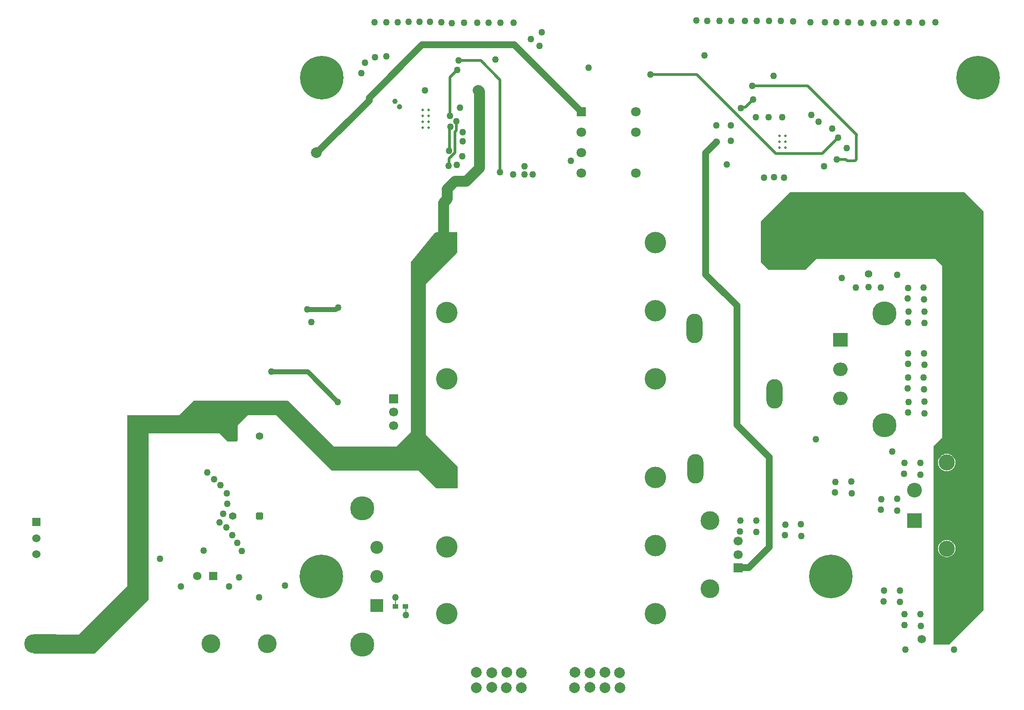
<source format=gbl>
G04*
G04 #@! TF.GenerationSoftware,Altium Limited,Altium Designer,22.5.1 (42)*
G04*
G04 Layer_Physical_Order=4*
G04 Layer_Color=16711680*
%FSLAX25Y25*%
%MOIN*%
G70*
G04*
G04 #@! TF.SameCoordinates,02EF2946-DDE5-4D11-B7C9-AFF3A69701B4*
G04*
G04*
G04 #@! TF.FilePolarity,Positive*
G04*
G01*
G75*
%ADD15C,0.00800*%
%ADD26R,0.03937X0.03543*%
%ADD93C,0.05000*%
%ADD94C,0.06181*%
%ADD95R,0.06181X0.06181*%
%ADD108C,0.10827*%
%ADD109R,0.10827X0.10827*%
%ADD110C,0.11811*%
%ADD116C,0.01968*%
%ADD117C,0.03543*%
%ADD123C,0.05000*%
%ADD124C,0.15748*%
%ADD125R,0.15748X0.15748*%
%ADD126C,0.06000*%
%ADD127R,0.06000X0.06000*%
G04:AMPARAMS|DCode=128|XSize=55.12mil|YSize=55.12mil|CornerRadius=13.78mil|HoleSize=0mil|Usage=FLASHONLY|Rotation=90.000|XOffset=0mil|YOffset=0mil|HoleType=Round|Shape=RoundedRectangle|*
%AMROUNDEDRECTD128*
21,1,0.05512,0.02756,0,0,90.0*
21,1,0.02756,0.05512,0,0,90.0*
1,1,0.02756,0.01378,0.01378*
1,1,0.02756,0.01378,-0.01378*
1,1,0.02756,-0.01378,-0.01378*
1,1,0.02756,-0.01378,0.01378*
%
%ADD128ROUNDEDRECTD128*%
%ADD129C,0.05512*%
%ADD130C,0.13780*%
%ADD131R,0.06693X0.06693*%
%ADD132C,0.06693*%
%ADD133C,0.07087*%
%ADD134R,0.07087X0.07087*%
%ADD135R,0.09449X0.09449*%
%ADD136C,0.09449*%
%ADD137C,0.17717*%
G04:AMPARAMS|DCode=138|XSize=55.12mil|YSize=55.12mil|CornerRadius=13.78mil|HoleSize=0mil|Usage=FLASHONLY|Rotation=0.000|XOffset=0mil|YOffset=0mil|HoleType=Round|Shape=RoundedRectangle|*
%AMROUNDEDRECTD138*
21,1,0.05512,0.02756,0,0,0.0*
21,1,0.02756,0.05512,0,0,0.0*
1,1,0.02756,0.01378,-0.01378*
1,1,0.02756,-0.01378,-0.01378*
1,1,0.02756,-0.01378,0.01378*
1,1,0.02756,0.01378,0.01378*
%
%ADD138ROUNDEDRECTD138*%
%ADD139R,0.10630X0.09843*%
%ADD140O,0.10630X0.09843*%
%ADD141O,0.11811X0.21654*%
%ADD142C,0.31890*%
%ADD143C,0.07874*%
%ADD144C,0.01968*%
%ADD145C,0.03937*%
%ADD148C,0.07874*%
G36*
X597500Y326000D02*
X584100Y312600D01*
X575300Y303227D01*
X575300Y192900D01*
X598600Y169600D01*
Y153600D01*
X582800D01*
X569668Y166732D01*
X506068D01*
X465628Y207172D01*
X444571D01*
X437100Y199700D01*
Y189000D01*
X436000Y187900D01*
X429900D01*
X423700Y194100D01*
X371900D01*
Y72097D01*
X332103Y32300D01*
X287700D01*
X280700Y39300D01*
X280771Y39771D01*
X287600Y46600D01*
X320948Y46440D01*
X356299Y81791D01*
Y207172D01*
X394271D01*
X405200Y218100D01*
X473928D01*
X507828Y184200D01*
X553400D01*
X564100Y194900D01*
Y319501D01*
X581900Y341400D01*
X597500D01*
Y326000D01*
D02*
G37*
G36*
X970000Y371000D02*
X984100Y356900D01*
Y64100D01*
X958900Y38900D01*
X947400D01*
Y184600D01*
X953800Y191000D01*
Y316900D01*
X948600Y322100D01*
X861700Y322100D01*
X853500Y313900D01*
X826500D01*
X820800Y319600D01*
Y349700D01*
X842100Y371000D01*
X970000Y371000D01*
D02*
G37*
%LPC*%
G36*
X957134Y178904D02*
X955899Y178783D01*
X954712Y178423D01*
X953617Y177838D01*
X952658Y177051D01*
X951871Y176091D01*
X951286Y174997D01*
X950926Y173810D01*
X950804Y172575D01*
X950926Y171340D01*
X951286Y170152D01*
X951871Y169058D01*
X952658Y168099D01*
X953617Y167312D01*
X954712Y166727D01*
X955899Y166367D01*
X957134Y166245D01*
X958369Y166367D01*
X959556Y166727D01*
X960650Y167312D01*
X961610Y168099D01*
X962397Y169058D01*
X962982Y170152D01*
X963342Y171340D01*
X963464Y172575D01*
X963342Y173810D01*
X962982Y174997D01*
X962397Y176091D01*
X961610Y177051D01*
X960650Y177838D01*
X959556Y178423D01*
X958369Y178783D01*
X957134Y178904D01*
D02*
G37*
G36*
Y115755D02*
X955899Y115633D01*
X954712Y115273D01*
X953617Y114688D01*
X952658Y113901D01*
X951871Y112942D01*
X951286Y111847D01*
X950926Y110660D01*
X950804Y109425D01*
X950926Y108190D01*
X951286Y107003D01*
X951871Y105909D01*
X952658Y104949D01*
X953617Y104162D01*
X954712Y103577D01*
X955899Y103217D01*
X957134Y103095D01*
X958369Y103217D01*
X959556Y103577D01*
X960650Y104162D01*
X961610Y104949D01*
X962397Y105909D01*
X962982Y107003D01*
X963342Y108190D01*
X963464Y109425D01*
X963342Y110660D01*
X962982Y111847D01*
X962397Y112942D01*
X961610Y113901D01*
X960650Y114688D01*
X959556Y115273D01*
X958369Y115633D01*
X957134Y115755D01*
D02*
G37*
%LPD*%
D15*
X552700Y67257D02*
Y73700D01*
Y67257D02*
X552957Y67000D01*
X560600Y60700D02*
Y66443D01*
X560043Y67000D02*
X560600Y66443D01*
D26*
X552957Y67000D02*
D03*
X560043D02*
D03*
D93*
X926878Y35283D02*
D03*
X962311D02*
D03*
X395528Y81693D02*
D03*
X430961D02*
D03*
X414961Y165256D02*
D03*
X419783Y160433D02*
D03*
X424311Y155807D02*
D03*
X429035Y149902D02*
D03*
X429331Y142126D02*
D03*
X426575Y134941D02*
D03*
X440158Y107677D02*
D03*
X436909Y113681D02*
D03*
X433169Y119390D02*
D03*
X428937Y124902D02*
D03*
X423917Y128642D02*
D03*
X805906Y129921D02*
D03*
X817520Y130020D02*
D03*
X805610Y122047D02*
D03*
X817618Y121457D02*
D03*
X926280Y61122D02*
D03*
X937894Y61221D02*
D03*
X925984Y53248D02*
D03*
X937992Y52658D02*
D03*
X911024Y78642D02*
D03*
X922638Y78740D02*
D03*
X910728Y70768D02*
D03*
X922736Y70177D02*
D03*
X909153Y145768D02*
D03*
X920768Y145866D02*
D03*
X908858Y137894D02*
D03*
X920866Y137303D02*
D03*
X838681Y127067D02*
D03*
X850295Y127165D02*
D03*
X838386Y119193D02*
D03*
X850394Y118602D02*
D03*
X875591Y158366D02*
D03*
X887205Y158465D02*
D03*
X875295Y150492D02*
D03*
X887303Y149902D02*
D03*
X926083Y172146D02*
D03*
X937697Y172244D02*
D03*
X925787Y164272D02*
D03*
X937795Y163681D02*
D03*
X929232Y217028D02*
D03*
X940847Y217126D02*
D03*
X928937Y209154D02*
D03*
X940945Y208563D02*
D03*
X928642Y234842D02*
D03*
X940256Y234941D02*
D03*
X928347Y226969D02*
D03*
X940354Y226378D02*
D03*
X928937Y252658D02*
D03*
X940551Y252756D02*
D03*
X928642Y244783D02*
D03*
X940650Y244193D02*
D03*
X929035Y283268D02*
D03*
X940650Y283366D02*
D03*
X928740Y275394D02*
D03*
X940748Y274803D02*
D03*
X940354Y292224D02*
D03*
X928347Y292815D02*
D03*
X940256Y300787D02*
D03*
X928642Y300689D02*
D03*
X920768Y310335D02*
D03*
X880217Y308071D02*
D03*
X908957Y300886D02*
D03*
X890354Y301083D02*
D03*
X899705Y301181D02*
D03*
X830217Y456299D02*
D03*
X779528Y471161D02*
D03*
X817224Y426083D02*
D03*
X826378Y425886D02*
D03*
X836614Y425787D02*
D03*
X883760Y403150D02*
D03*
X867028Y389961D02*
D03*
X795669Y391142D02*
D03*
X823228Y381693D02*
D03*
X830315Y381890D02*
D03*
X837894Y381594D02*
D03*
X867717Y495768D02*
D03*
X875984Y495571D02*
D03*
X884842D02*
D03*
X894094Y495177D02*
D03*
X903445Y495079D02*
D03*
X911516Y495472D02*
D03*
X920571Y495374D02*
D03*
X929429Y495669D02*
D03*
X939173Y495177D02*
D03*
X948720Y495669D02*
D03*
X857185Y495472D02*
D03*
X844390Y496358D02*
D03*
X835335Y496654D02*
D03*
X826772Y496555D02*
D03*
X817717Y496752D02*
D03*
X809055Y496654D02*
D03*
X799213Y496752D02*
D03*
X790551D02*
D03*
X781496D02*
D03*
X773425Y496949D02*
D03*
X653445Y383858D02*
D03*
X647342Y390059D02*
D03*
X647441Y383858D02*
D03*
X537500Y495768D02*
D03*
X546260Y495472D02*
D03*
X554331D02*
D03*
X562402Y496063D02*
D03*
X570472Y495866D02*
D03*
X578248D02*
D03*
X586319Y495472D02*
D03*
X594193Y495079D02*
D03*
X603150Y495276D02*
D03*
X694587Y462303D02*
D03*
X626083Y468209D02*
D03*
X612747Y495278D02*
D03*
X621163Y495355D02*
D03*
X629733Y495278D02*
D03*
X639468Y495276D02*
D03*
X527756Y458169D02*
D03*
X530610Y466043D02*
D03*
X537795Y469980D02*
D03*
X546161Y470669D02*
D03*
X491240Y275689D02*
D03*
X599000Y467588D02*
D03*
X597800Y390812D02*
D03*
X591700Y390300D02*
D03*
X602051Y414900D02*
D03*
X601700Y397300D02*
D03*
X602051Y408200D02*
D03*
X598300Y460700D02*
D03*
X658400Y478400D02*
D03*
X876600Y394900D02*
D03*
X877600Y411100D02*
D03*
X873100Y417600D02*
D03*
X863100Y422500D02*
D03*
X857900Y427600D02*
D03*
X798800Y408600D02*
D03*
X788300Y407900D02*
D03*
X788000Y419800D02*
D03*
X798800Y420000D02*
D03*
X806200Y432700D02*
D03*
X815100Y438800D02*
D03*
X814600Y449100D02*
D03*
X739900Y457200D02*
D03*
X629500Y385600D02*
D03*
X600000Y433100D02*
D03*
X681600Y393900D02*
D03*
X639300Y384000D02*
D03*
X574400Y445700D02*
D03*
X652100Y483200D02*
D03*
X660200Y488200D02*
D03*
X597500Y423100D02*
D03*
X592900Y427100D02*
D03*
X592000Y401200D02*
D03*
X593200Y418900D02*
D03*
X510600Y217000D02*
D03*
X461800Y239200D02*
D03*
X510800Y286400D02*
D03*
X488000Y284900D02*
D03*
X552700Y73700D02*
D03*
X560600Y60700D02*
D03*
X438100Y88300D02*
D03*
X452900Y73600D02*
D03*
X471800Y82400D02*
D03*
X917000Y180500D02*
D03*
X861300Y189600D02*
D03*
X380000Y102000D02*
D03*
X412000Y108000D02*
D03*
D94*
X938689Y43000D02*
D03*
X407339Y89409D02*
D03*
D95*
X950500Y43000D02*
D03*
X419150Y89409D02*
D03*
D108*
X955854Y129780D02*
D03*
Y152220D02*
D03*
X933413D02*
D03*
D109*
Y129780D02*
D03*
D110*
X957134Y109425D02*
D03*
Y172575D02*
D03*
D116*
X599000Y467588D02*
X615312D01*
X591700Y390300D02*
X592280Y390880D01*
Y395568D02*
X596522Y399810D01*
X592280Y390880D02*
Y395568D01*
X629500Y385600D02*
Y453400D01*
X592900Y427100D02*
Y455300D01*
X598300Y460700D01*
X615312Y467588D02*
X629500Y453400D01*
X876600Y394900D02*
X883034D01*
X884134Y393800D02*
X889747D01*
X883034Y394900D02*
X884134Y393800D01*
X889747D02*
X890900Y394953D01*
X831700Y399200D02*
X865700D01*
X877600Y411100D01*
X806200Y432700D02*
X806780Y433280D01*
X809580D02*
X815100Y438800D01*
X806780Y433280D02*
X809580D01*
X739900Y457200D02*
X773700D01*
X831700Y399200D01*
X890900Y412700D02*
X891185Y412985D01*
X814600Y449100D02*
X855069D01*
X891185Y412985D01*
X890900Y394953D02*
Y412700D01*
X597500Y416384D02*
Y423100D01*
X596522Y415406D02*
X597500Y416384D01*
X592580Y403829D02*
X592620Y403869D01*
Y418320D01*
X592000Y401200D02*
X592580Y401780D01*
Y403829D01*
X592620Y418320D02*
X593200Y418900D01*
X596522Y399810D02*
Y415406D01*
D117*
X488400Y239200D02*
X510600Y217000D01*
X461800Y239200D02*
X488400D01*
X508906Y284900D02*
X510406Y286400D01*
X488000Y284900D02*
X508906D01*
X510406Y286400D02*
X510800D01*
D123*
X572300Y479200D02*
X639800D01*
X533325Y440225D02*
X572300Y479200D01*
X639800D02*
X689000Y430000D01*
X780200Y399800D02*
X788300Y407900D01*
X780200Y310600D02*
Y399800D01*
X494900D02*
X533325Y438225D01*
Y440225D01*
X780200Y310600D02*
X803000Y287800D01*
Y200400D02*
Y287800D01*
Y200400D02*
X826800Y176600D01*
Y110500D02*
Y176600D01*
X811800Y95500D02*
X826800Y110500D01*
X804433Y95500D02*
X811800D01*
X804150Y95217D02*
X804433Y95500D01*
D124*
X590551Y110563D02*
D03*
Y61744D02*
D03*
X743504Y161744D02*
D03*
Y111744D02*
D03*
Y61744D02*
D03*
X590551Y282634D02*
D03*
Y233815D02*
D03*
X743504Y333815D02*
D03*
Y283815D02*
D03*
Y233815D02*
D03*
D125*
X590551Y161744D02*
D03*
Y333815D02*
D03*
D126*
X289370Y117028D02*
D03*
Y105217D02*
D03*
D127*
Y128839D02*
D03*
D128*
X899650Y330744D02*
D03*
D129*
Y311059D02*
D03*
X433307Y133409D02*
D03*
X452992Y191909D02*
D03*
D130*
X783630Y130075D02*
D03*
Y80075D02*
D03*
X328878Y39500D02*
D03*
X458799D02*
D03*
X417500D02*
D03*
X287579D02*
D03*
D131*
X804150Y95217D02*
D03*
X551500Y219342D02*
D03*
D132*
X804150Y105059D02*
D03*
Y114902D02*
D03*
X551500Y199657D02*
D03*
Y209500D02*
D03*
D133*
X729000Y385000D02*
D03*
Y415000D02*
D03*
Y430000D02*
D03*
X689000Y385000D02*
D03*
Y400000D02*
D03*
Y415000D02*
D03*
D134*
Y430000D02*
D03*
D135*
X539000Y67583D02*
D03*
D136*
Y89000D02*
D03*
Y110417D02*
D03*
D137*
X528370Y39039D02*
D03*
Y139039D02*
D03*
X911472Y200043D02*
D03*
Y281941D02*
D03*
D138*
X452992Y133409D02*
D03*
X433307Y191909D02*
D03*
D139*
X879000Y262492D02*
D03*
D140*
Y240996D02*
D03*
Y219500D02*
D03*
D141*
X772776Y167941D02*
D03*
X830650Y223059D02*
D03*
X772150Y271059D02*
D03*
X830024Y326177D02*
D03*
D142*
X498626Y89059D02*
D03*
X498650Y455059D02*
D03*
X980126D02*
D03*
X872126Y89059D02*
D03*
D143*
X717126Y18209D02*
D03*
X717421Y7382D02*
D03*
X706398D02*
D03*
X706496Y18602D02*
D03*
X695571Y18307D02*
D03*
X695472Y7579D02*
D03*
X684154Y7283D02*
D03*
X684350Y18602D02*
D03*
X612205D02*
D03*
X612008Y7283D02*
D03*
X623327Y7579D02*
D03*
X623425Y18307D02*
D03*
X634350Y18602D02*
D03*
X634252Y7382D02*
D03*
X645276D02*
D03*
X644980Y18209D02*
D03*
X613596Y445746D02*
D03*
X494900Y399800D02*
D03*
X962500Y320400D02*
D03*
X961800Y285300D02*
D03*
X960900Y296500D02*
D03*
X962300Y309600D02*
D03*
X968100Y262600D02*
D03*
X969500Y196700D02*
D03*
X967400Y216700D02*
D03*
X867400Y361410D02*
D03*
X828500Y347800D02*
D03*
X846600Y318100D02*
D03*
X866700Y345500D02*
D03*
X866800Y336100D02*
D03*
X969800Y56000D02*
D03*
X975900Y68600D02*
D03*
X974300Y82800D02*
D03*
X973600Y94800D02*
D03*
X973400Y107200D02*
D03*
X972700Y118900D02*
D03*
X972100Y130200D02*
D03*
X971700Y141900D02*
D03*
X971800Y152600D02*
D03*
X972700Y163400D02*
D03*
X972000Y175000D02*
D03*
X970100Y185600D02*
D03*
X967400Y227500D02*
D03*
X966300Y238700D02*
D03*
X966100Y250000D02*
D03*
X960700Y332100D02*
D03*
X951600Y342600D02*
D03*
X938700Y346200D02*
D03*
X924743Y346921D02*
D03*
X867200Y354500D02*
D03*
X909600Y339100D02*
D03*
X911700Y329200D02*
D03*
X899600Y343100D02*
D03*
X889700Y339300D02*
D03*
X887500Y328700D02*
D03*
X847000Y328300D02*
D03*
X846100Y338900D02*
D03*
X841100Y348600D02*
D03*
X406000Y199500D02*
D03*
X389000D02*
D03*
X373000D02*
D03*
D144*
X834417Y412433D02*
D03*
X838748D02*
D03*
X834417Y408102D02*
D03*
X838748D02*
D03*
X834417Y403772D02*
D03*
X838748D02*
D03*
X577116Y418395D02*
D03*
X572785D02*
D03*
X577116Y422725D02*
D03*
X572785D02*
D03*
X577116Y427056D02*
D03*
X572785D02*
D03*
X577116Y431387D02*
D03*
X572785D02*
D03*
D145*
X555700Y433700D02*
D03*
X552500Y437600D02*
D03*
D148*
X590922Y365922D02*
Y373328D01*
X604863Y378863D02*
X614500Y388500D01*
X596457Y378863D02*
X604863D01*
X590922Y373328D02*
X596457Y378863D01*
X614500Y388500D02*
Y444842D01*
X613596Y445746D02*
X614500Y444842D01*
X588000Y335352D02*
Y363000D01*
X590922Y365922D01*
X588000Y335352D02*
X589538Y333815D01*
M02*

</source>
